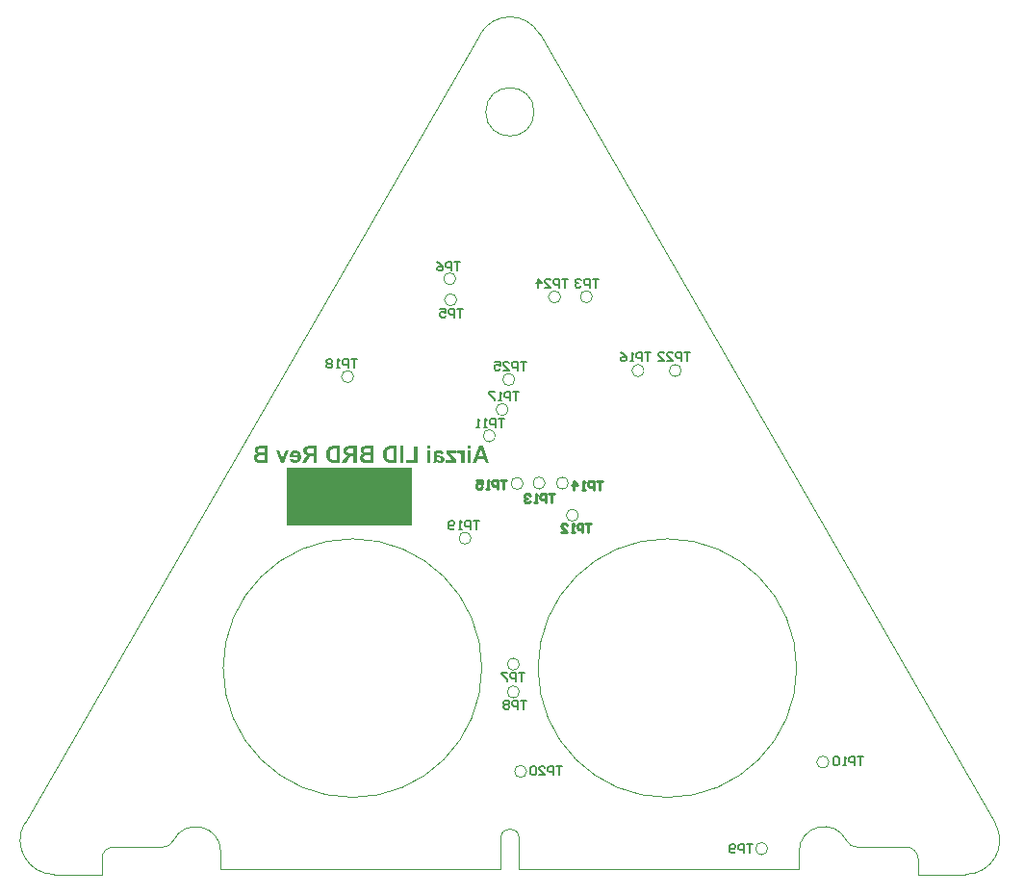
<source format=gbo>
G04*
G04 #@! TF.GenerationSoftware,Altium Limited,Altium Designer,19.0.12 (326)*
G04*
G04 Layer_Color=32896*
%FSLAX44Y44*%
%MOMM*%
G71*
G01*
G75*
%ADD17C,0.2032*%
%ADD19C,0.0500*%
%ADD82C,0.2540*%
%ADD143C,0.0999*%
%ADD144R,11.0501X5.1054*%
G36*
X366417Y344271D02*
X363603D01*
Y346874D01*
X366417D01*
Y344271D01*
D02*
G37*
G36*
X331146D02*
X328332D01*
Y346874D01*
X331146D01*
Y344271D01*
D02*
G37*
G36*
X353510Y340526D02*
X349765Y340547D01*
X349236D01*
X349003Y340568D01*
X348686D01*
X348559Y340589D01*
X348475D01*
X348686Y340378D01*
X348898Y340145D01*
X349152Y339870D01*
X349384Y339616D01*
X349596Y339384D01*
X349765Y339193D01*
X349892Y339045D01*
X349913Y339024D01*
X349935Y339003D01*
X353891Y334454D01*
Y332232D01*
X344412D01*
Y334707D01*
X349109D01*
X349342Y334686D01*
X349596D01*
X349829Y334665D01*
X350019D01*
X350104Y334644D01*
X350210D01*
X348792Y336189D01*
X344730Y340864D01*
Y342853D01*
X353510D01*
Y340526D01*
D02*
G37*
G36*
X339101Y343044D02*
X339440Y343023D01*
X339736Y342959D01*
X340033Y342917D01*
X340286Y342853D01*
X340519Y342769D01*
X340731Y342705D01*
X340900Y342642D01*
X341069Y342557D01*
X341196Y342494D01*
X341323Y342451D01*
X341408Y342388D01*
X341471Y342367D01*
X341492Y342324D01*
X341513D01*
X341873Y342007D01*
X342169Y341647D01*
X342423Y341267D01*
X342635Y340907D01*
X342783Y340568D01*
X342846Y340420D01*
X342889Y340293D01*
X342931Y340187D01*
X342952Y340103D01*
X342974Y340061D01*
Y340039D01*
X340456Y339574D01*
X340350Y339828D01*
X340244Y340039D01*
X340138Y340230D01*
X340011Y340378D01*
X339927Y340484D01*
X339842Y340547D01*
X339800Y340589D01*
X339779Y340611D01*
X339609Y340716D01*
X339419Y340801D01*
X339207Y340843D01*
X339017Y340886D01*
X338848Y340907D01*
X338721Y340928D01*
X338594D01*
X338213Y340907D01*
X337896Y340864D01*
X337642Y340822D01*
X337430Y340759D01*
X337282Y340674D01*
X337176Y340632D01*
X337113Y340589D01*
X337091Y340568D01*
X336943Y340420D01*
X336838Y340251D01*
X336774Y340061D01*
X336711Y339870D01*
X336689Y339680D01*
X336668Y339532D01*
Y339447D01*
Y339405D01*
Y339130D01*
X336816Y339066D01*
X337007Y339003D01*
X337409Y338876D01*
X337874Y338770D01*
X338319Y338664D01*
X338742Y338558D01*
X338932Y338516D01*
X339101Y338495D01*
X339229Y338474D01*
X339334Y338452D01*
X339398Y338431D01*
X339419D01*
X339927Y338326D01*
X340392Y338220D01*
X340773Y338114D01*
X341090Y338008D01*
X341344Y337902D01*
X341513Y337839D01*
X341619Y337797D01*
X341662Y337775D01*
X341937Y337627D01*
X342169Y337458D01*
X342381Y337268D01*
X342529Y337098D01*
X342677Y336950D01*
X342762Y336823D01*
X342825Y336739D01*
X342846Y336696D01*
X342995Y336421D01*
X343100Y336146D01*
X343164Y335892D01*
X343206Y335639D01*
X343248Y335427D01*
X343270Y335258D01*
Y335152D01*
Y335109D01*
X343248Y334856D01*
X343227Y334623D01*
X343122Y334179D01*
X342974Y333798D01*
X342804Y333480D01*
X342635Y333226D01*
X342487Y333036D01*
X342381Y332909D01*
X342339Y332888D01*
Y332867D01*
X341958Y332570D01*
X341535Y332359D01*
X341111Y332211D01*
X340688Y332105D01*
X340329Y332042D01*
X340159Y332020D01*
X340033D01*
X339906Y331999D01*
X339757D01*
X339419Y332020D01*
X339080Y332063D01*
X338784Y332105D01*
X338530Y332169D01*
X338319Y332232D01*
X338149Y332295D01*
X338044Y332317D01*
X338001Y332338D01*
X337705Y332486D01*
X337409Y332634D01*
X337155Y332824D01*
X336922Y332994D01*
X336732Y333142D01*
X336584Y333269D01*
X336499Y333353D01*
X336457Y333374D01*
X336436Y333290D01*
X336393Y333184D01*
X336372Y333100D01*
X336351Y333078D01*
Y333057D01*
X336287Y332867D01*
X336245Y332697D01*
X336203Y332549D01*
X336161Y332444D01*
X336118Y332359D01*
X336097Y332274D01*
X336076Y332253D01*
Y332232D01*
X333304D01*
X333431Y332507D01*
X333537Y332761D01*
X333621Y332994D01*
X333706Y333205D01*
X333749Y333374D01*
X333791Y333523D01*
X333812Y333607D01*
Y333628D01*
X333854Y333904D01*
X333875Y334242D01*
X333918Y334581D01*
Y334919D01*
X333939Y335215D01*
Y335469D01*
Y335575D01*
Y335639D01*
Y335681D01*
Y335702D01*
X333897Y338982D01*
Y339320D01*
X333918Y339616D01*
X333939Y339891D01*
X333960Y340145D01*
X333981Y340378D01*
X334024Y340589D01*
X334045Y340780D01*
X334087Y340928D01*
X334129Y341076D01*
X334151Y341182D01*
X334214Y341372D01*
X334256Y341457D01*
X334277Y341499D01*
X334447Y341732D01*
X334637Y341965D01*
X334849Y342155D01*
X335081Y342324D01*
X335272Y342451D01*
X335441Y342536D01*
X335547Y342599D01*
X335568Y342621D01*
X335589D01*
X335780Y342705D01*
X335970Y342769D01*
X336414Y342896D01*
X336880Y342980D01*
X337324Y343023D01*
X337747Y343065D01*
X337917D01*
X338065Y343086D01*
X338763D01*
X339101Y343044D01*
D02*
G37*
G36*
X202060Y332232D02*
X199521D01*
X195310Y342853D01*
X198188D01*
X200219Y337416D01*
X200346Y337098D01*
X200431Y336802D01*
X200473Y336696D01*
X200494Y336612D01*
X200515Y336548D01*
Y336527D01*
X200536Y336421D01*
X200579Y336294D01*
X200685Y335977D01*
X200727Y335850D01*
X200769Y335723D01*
X200790Y335639D01*
X200812Y335617D01*
X201383Y337416D01*
X203393Y342853D01*
X206334D01*
X202060Y332232D01*
D02*
G37*
G36*
X212681Y343065D02*
X213041Y343023D01*
X213401Y342938D01*
X213718Y342853D01*
X214035Y342748D01*
X214310Y342621D01*
X214585Y342473D01*
X214818Y342346D01*
X215030Y342197D01*
X215220Y342049D01*
X215389Y341922D01*
X215516Y341817D01*
X215622Y341732D01*
X215707Y341647D01*
X215749Y341605D01*
X215770Y341584D01*
X216003Y341288D01*
X216215Y340970D01*
X216405Y340653D01*
X216574Y340314D01*
X216701Y339955D01*
X216807Y339616D01*
X216976Y338960D01*
X217040Y338643D01*
X217082Y338368D01*
X217103Y338114D01*
X217125Y337902D01*
X217146Y337712D01*
Y337564D01*
Y337479D01*
Y337458D01*
X217125Y337056D01*
X217103Y336654D01*
X217040Y336294D01*
X216976Y335956D01*
X216913Y335617D01*
X216807Y335321D01*
X216723Y335046D01*
X216617Y334792D01*
X216532Y334559D01*
X216426Y334369D01*
X216342Y334200D01*
X216278Y334052D01*
X216194Y333946D01*
X216151Y333861D01*
X216130Y333819D01*
X216109Y333798D01*
X215834Y333480D01*
X215559Y333205D01*
X215241Y332972D01*
X214903Y332761D01*
X214564Y332592D01*
X214226Y332444D01*
X213887Y332317D01*
X213549Y332232D01*
X213253Y332147D01*
X212956Y332105D01*
X212681Y332063D01*
X212449Y332020D01*
X212258D01*
X212131Y331999D01*
X212004D01*
X211391Y332042D01*
X210819Y332126D01*
X210333Y332253D01*
X209909Y332401D01*
X209719Y332486D01*
X209571Y332549D01*
X209423Y332613D01*
X209317Y332676D01*
X209233Y332740D01*
X209148Y332761D01*
X209127Y332803D01*
X209105D01*
X208703Y333142D01*
X208344Y333502D01*
X208048Y333904D01*
X207815Y334284D01*
X207624Y334623D01*
X207561Y334771D01*
X207498Y334898D01*
X207455Y335004D01*
X207413Y335088D01*
X207392Y335131D01*
Y335152D01*
X210185Y335617D01*
X210290Y335342D01*
X210396Y335088D01*
X210502Y334898D01*
X210629Y334729D01*
X210714Y334602D01*
X210798Y334517D01*
X210862Y334475D01*
X210883Y334454D01*
X211052Y334327D01*
X211243Y334242D01*
X211433Y334179D01*
X211602Y334136D01*
X211750Y334115D01*
X211877Y334094D01*
X211983D01*
X212322Y334115D01*
X212639Y334200D01*
X212935Y334305D01*
X213168Y334432D01*
X213358Y334559D01*
X213485Y334665D01*
X213591Y334750D01*
X213612Y334771D01*
X213824Y335046D01*
X213972Y335363D01*
X214099Y335702D01*
X214184Y335998D01*
X214226Y336294D01*
X214247Y336506D01*
X214268Y336591D01*
Y336654D01*
Y336696D01*
Y336717D01*
X207244D01*
Y337310D01*
X207286Y337839D01*
X207349Y338347D01*
X207434Y338812D01*
X207540Y339257D01*
X207646Y339637D01*
X207773Y339997D01*
X207899Y340314D01*
X208027Y340589D01*
X208153Y340843D01*
X208259Y341034D01*
X208365Y341203D01*
X208450Y341330D01*
X208513Y341436D01*
X208555Y341478D01*
X208577Y341499D01*
X208831Y341774D01*
X209127Y342028D01*
X209423Y342240D01*
X209719Y342409D01*
X210037Y342578D01*
X210354Y342705D01*
X210650Y342811D01*
X210946Y342896D01*
X211221Y342959D01*
X211475Y343002D01*
X211708Y343044D01*
X211898Y343065D01*
X212068Y343086D01*
X212300D01*
X212681Y343065D01*
D02*
G37*
G36*
X382645Y332232D02*
X379514D01*
X378308Y335554D01*
X372426D01*
X371156Y332232D01*
X367961D01*
X373843Y346874D01*
X376975D01*
X382645Y332232D01*
D02*
G37*
G36*
X366417D02*
X363603D01*
Y342853D01*
X366417D01*
Y332232D01*
D02*
G37*
G36*
X356091Y343065D02*
X356303Y343044D01*
X356515Y342980D01*
X356684Y342917D01*
X356832Y342853D01*
X356959Y342811D01*
X357023Y342769D01*
X357044Y342748D01*
X357255Y342599D01*
X357446Y342388D01*
X357657Y342155D01*
X357826Y341922D01*
X357996Y341690D01*
X358123Y341499D01*
X358207Y341372D01*
X358228Y341351D01*
Y342853D01*
X360831D01*
Y332232D01*
X358017D01*
Y335490D01*
Y335977D01*
Y336421D01*
X357996Y336823D01*
X357975Y337183D01*
Y337522D01*
X357953Y337797D01*
X357932Y338072D01*
X357911Y338283D01*
X357890Y338474D01*
X357869Y338643D01*
X357848Y338770D01*
Y338876D01*
X357826Y338939D01*
X357805Y339003D01*
Y339045D01*
X357721Y339341D01*
X357615Y339595D01*
X357509Y339807D01*
X357403Y339955D01*
X357319Y340082D01*
X357234Y340166D01*
X357192Y340209D01*
X357171Y340230D01*
X357001Y340336D01*
X356832Y340420D01*
X356663Y340484D01*
X356515Y340526D01*
X356388Y340547D01*
X356261Y340568D01*
X356176D01*
X355943Y340547D01*
X355711Y340505D01*
X355499Y340420D01*
X355288Y340336D01*
X355118Y340251D01*
X354991Y340166D01*
X354885Y340124D01*
X354864Y340103D01*
X353976Y342536D01*
X354314Y342727D01*
X354632Y342853D01*
X354949Y342959D01*
X355245Y343023D01*
X355478Y343065D01*
X355668Y343086D01*
X355838D01*
X356091Y343065D01*
D02*
G37*
G36*
X331146Y332232D02*
X328332D01*
Y342853D01*
X331146D01*
Y332232D01*
D02*
G37*
G36*
X319657D02*
X309332D01*
Y334707D01*
X316695D01*
Y346768D01*
X319657D01*
Y332232D01*
D02*
G37*
G36*
X307322D02*
X304360D01*
Y346874D01*
X307322D01*
Y332232D01*
D02*
G37*
G36*
X301525D02*
X295981D01*
X295410Y332253D01*
X294881Y332274D01*
X294436Y332317D01*
X294077Y332380D01*
X293781Y332444D01*
X293548Y332486D01*
X293484Y332507D01*
X293421D01*
X293400Y332528D01*
X293379D01*
X292913Y332697D01*
X292490Y332888D01*
X292152Y333078D01*
X291855Y333269D01*
X291623Y333438D01*
X291453Y333565D01*
X291347Y333650D01*
X291305Y333692D01*
X290945Y334094D01*
X290628Y334517D01*
X290353Y334961D01*
X290141Y335363D01*
X289972Y335744D01*
X289888Y335892D01*
X289845Y336019D01*
X289803Y336146D01*
X289761Y336231D01*
X289739Y336273D01*
Y336294D01*
X289591Y336802D01*
X289464Y337331D01*
X289380Y337839D01*
X289337Y338326D01*
X289316Y338558D01*
X289295Y338770D01*
Y338939D01*
X289274Y339108D01*
Y339235D01*
Y339320D01*
Y339384D01*
Y339405D01*
X289295Y340145D01*
X289359Y340801D01*
X289380Y341118D01*
X289422Y341394D01*
X289464Y341669D01*
X289507Y341901D01*
X289570Y342113D01*
X289613Y342303D01*
X289655Y342473D01*
X289676Y342599D01*
X289718Y342705D01*
X289739Y342790D01*
X289761Y342832D01*
Y342853D01*
X289951Y343361D01*
X290184Y343827D01*
X290417Y344229D01*
X290649Y344567D01*
X290840Y344842D01*
X291009Y345054D01*
X291115Y345181D01*
X291136Y345223D01*
X291157D01*
X291517Y345562D01*
X291876Y345837D01*
X292257Y346069D01*
X292596Y346260D01*
X292892Y346408D01*
X293146Y346514D01*
X293230Y346535D01*
X293294Y346556D01*
X293336Y346577D01*
X293358D01*
X293759Y346683D01*
X294204Y346746D01*
X294669Y346810D01*
X295114Y346831D01*
X295516Y346852D01*
X295685Y346874D01*
X301525D01*
Y332232D01*
D02*
G37*
G36*
X281065D02*
X274717D01*
X274357Y332253D01*
X273723D01*
X273469Y332274D01*
X273067D01*
X272919Y332295D01*
X272707D01*
X272622Y332317D01*
X272538D01*
X272115Y332380D01*
X271734Y332486D01*
X271395Y332592D01*
X271099Y332719D01*
X270866Y332824D01*
X270697Y332930D01*
X270591Y332994D01*
X270549Y333015D01*
X270253Y333248D01*
X270020Y333502D01*
X269787Y333734D01*
X269618Y333988D01*
X269470Y334200D01*
X269364Y334369D01*
X269301Y334475D01*
X269279Y334517D01*
X269131Y334877D01*
X269004Y335215D01*
X268920Y335554D01*
X268877Y335850D01*
X268835Y336104D01*
X268814Y336294D01*
Y336421D01*
Y336442D01*
Y336464D01*
X268835Y336929D01*
X268920Y337352D01*
X269047Y337712D01*
X269174Y338050D01*
X269301Y338304D01*
X269428Y338495D01*
X269512Y338622D01*
X269533Y338664D01*
X269830Y339003D01*
X270147Y339278D01*
X270507Y339510D01*
X270824Y339680D01*
X271120Y339828D01*
X271374Y339934D01*
X271459Y339955D01*
X271522Y339976D01*
X271565Y339997D01*
X271586D01*
X271247Y340187D01*
X270951Y340378D01*
X270697Y340611D01*
X270485Y340801D01*
X270337Y340992D01*
X270210Y341140D01*
X270126Y341245D01*
X270105Y341288D01*
X269914Y341626D01*
X269766Y341944D01*
X269681Y342261D01*
X269597Y342557D01*
X269555Y342811D01*
X269533Y343002D01*
Y343129D01*
Y343150D01*
Y343171D01*
X269555Y343509D01*
X269597Y343848D01*
X269681Y344123D01*
X269766Y344377D01*
X269851Y344588D01*
X269935Y344758D01*
X269978Y344842D01*
X269999Y344885D01*
X270168Y345160D01*
X270359Y345392D01*
X270549Y345604D01*
X270718Y345794D01*
X270888Y345921D01*
X271014Y346027D01*
X271099Y346091D01*
X271120Y346112D01*
X271374Y346281D01*
X271649Y346408D01*
X271903Y346514D01*
X272136Y346598D01*
X272347Y346662D01*
X272495Y346704D01*
X272601Y346725D01*
X272644D01*
X273003Y346768D01*
X273405Y346810D01*
X273829Y346831D01*
X274252Y346852D01*
X274632Y346874D01*
X281065D01*
Y332232D01*
D02*
G37*
G36*
X266296D02*
X263334D01*
Y338347D01*
X262382D01*
X262086Y338326D01*
X261832Y338304D01*
X261620Y338262D01*
X261451Y338241D01*
X261345Y338199D01*
X261282Y338177D01*
X261261D01*
X261091Y338093D01*
X260922Y338008D01*
X260774Y337902D01*
X260626Y337818D01*
X260520Y337712D01*
X260435Y337627D01*
X260393Y337585D01*
X260372Y337564D01*
X260287Y337458D01*
X260181Y337352D01*
X259949Y337035D01*
X259695Y336696D01*
X259420Y336315D01*
X259187Y335977D01*
X259081Y335808D01*
X258997Y335681D01*
X258912Y335575D01*
X258848Y335490D01*
X258827Y335427D01*
X258806Y335406D01*
X256690Y332232D01*
X253136D01*
X254934Y335088D01*
X255125Y335385D01*
X255315Y335681D01*
X255484Y335935D01*
X255654Y336167D01*
X255802Y336379D01*
X255929Y336591D01*
X256182Y336908D01*
X256373Y337162D01*
X256500Y337331D01*
X256606Y337437D01*
X256627Y337458D01*
X256860Y337712D01*
X257135Y337945D01*
X257388Y338135D01*
X257642Y338326D01*
X257854Y338474D01*
X258023Y338579D01*
X258150Y338664D01*
X258171Y338685D01*
X258193D01*
X257833Y338749D01*
X257516Y338833D01*
X257219Y338918D01*
X256923Y339024D01*
X256669Y339130D01*
X256436Y339235D01*
X256204Y339341D01*
X256013Y339468D01*
X255844Y339574D01*
X255696Y339680D01*
X255569Y339785D01*
X255484Y339870D01*
X255400Y339934D01*
X255336Y339997D01*
X255315Y340018D01*
X255294Y340039D01*
X255125Y340251D01*
X254977Y340462D01*
X254723Y340928D01*
X254553Y341372D01*
X254447Y341817D01*
X254363Y342197D01*
X254342Y342346D01*
Y342494D01*
X254321Y342599D01*
Y342705D01*
Y342748D01*
Y342769D01*
X254342Y343234D01*
X254426Y343679D01*
X254532Y344059D01*
X254638Y344398D01*
X254765Y344673D01*
X254871Y344885D01*
X254913Y344948D01*
X254955Y345012D01*
X254977Y345033D01*
Y345054D01*
X255230Y345414D01*
X255506Y345710D01*
X255781Y345942D01*
X256056Y346154D01*
X256310Y346281D01*
X256500Y346387D01*
X256627Y346450D01*
X256648Y346471D01*
X256669D01*
X256881Y346535D01*
X257113Y346598D01*
X257642Y346704D01*
X258214Y346768D01*
X258764Y346831D01*
X259039D01*
X259272Y346852D01*
X259504D01*
X259695Y346874D01*
X266296D01*
Y332232D01*
D02*
G37*
G36*
X251528D02*
X245984D01*
X245413Y332253D01*
X244884Y332274D01*
X244440Y332317D01*
X244080Y332380D01*
X243784Y332444D01*
X243551Y332486D01*
X243488Y332507D01*
X243424D01*
X243403Y332528D01*
X243382D01*
X242916Y332697D01*
X242493Y332888D01*
X242155Y333078D01*
X241858Y333269D01*
X241626Y333438D01*
X241456Y333565D01*
X241351Y333650D01*
X241308Y333692D01*
X240949Y334094D01*
X240631Y334517D01*
X240356Y334961D01*
X240145Y335363D01*
X239975Y335744D01*
X239891Y335892D01*
X239848Y336019D01*
X239806Y336146D01*
X239764Y336231D01*
X239743Y336273D01*
Y336294D01*
X239594Y336802D01*
X239468Y337331D01*
X239383Y337839D01*
X239341Y338326D01*
X239319Y338558D01*
X239298Y338770D01*
Y338939D01*
X239277Y339108D01*
Y339235D01*
Y339320D01*
Y339384D01*
Y339405D01*
X239298Y340145D01*
X239362Y340801D01*
X239383Y341118D01*
X239425Y341394D01*
X239468Y341669D01*
X239510Y341901D01*
X239573Y342113D01*
X239616Y342303D01*
X239658Y342473D01*
X239679Y342599D01*
X239721Y342705D01*
X239743Y342790D01*
X239764Y342832D01*
Y342853D01*
X239954Y343361D01*
X240187Y343827D01*
X240420Y344229D01*
X240652Y344567D01*
X240843Y344842D01*
X241012Y345054D01*
X241118Y345181D01*
X241139Y345223D01*
X241160D01*
X241520Y345562D01*
X241880Y345837D01*
X242260Y346069D01*
X242599Y346260D01*
X242895Y346408D01*
X243149Y346514D01*
X243234Y346535D01*
X243297Y346556D01*
X243340Y346577D01*
X243361D01*
X243763Y346683D01*
X244207Y346746D01*
X244673Y346810D01*
X245117Y346831D01*
X245519Y346852D01*
X245688Y346874D01*
X251528D01*
Y332232D01*
D02*
G37*
G36*
X231068D02*
X228106D01*
Y338347D01*
X227153D01*
X226857Y338326D01*
X226603Y338304D01*
X226392Y338262D01*
X226222Y338241D01*
X226117Y338199D01*
X226053Y338177D01*
X226032D01*
X225863Y338093D01*
X225694Y338008D01*
X225545Y337902D01*
X225397Y337818D01*
X225292Y337712D01*
X225207Y337627D01*
X225165Y337585D01*
X225143Y337564D01*
X225059Y337458D01*
X224953Y337352D01*
X224720Y337035D01*
X224466Y336696D01*
X224191Y336315D01*
X223959Y335977D01*
X223853Y335808D01*
X223768Y335681D01*
X223683Y335575D01*
X223620Y335490D01*
X223599Y335427D01*
X223578Y335406D01*
X221462Y332232D01*
X217907D01*
X219706Y335088D01*
X219896Y335385D01*
X220087Y335681D01*
X220256Y335935D01*
X220425Y336167D01*
X220573Y336379D01*
X220700Y336591D01*
X220954Y336908D01*
X221145Y337162D01*
X221271Y337331D01*
X221377Y337437D01*
X221398Y337458D01*
X221631Y337712D01*
X221906Y337945D01*
X222160Y338135D01*
X222414Y338326D01*
X222626Y338474D01*
X222795Y338579D01*
X222922Y338664D01*
X222943Y338685D01*
X222964D01*
X222605Y338749D01*
X222287Y338833D01*
X221991Y338918D01*
X221695Y339024D01*
X221441Y339130D01*
X221208Y339235D01*
X220975Y339341D01*
X220785Y339468D01*
X220616Y339574D01*
X220467Y339680D01*
X220340Y339785D01*
X220256Y339870D01*
X220171Y339934D01*
X220108Y339997D01*
X220087Y340018D01*
X220065Y340039D01*
X219896Y340251D01*
X219748Y340462D01*
X219494Y340928D01*
X219325Y341372D01*
X219219Y341817D01*
X219135Y342197D01*
X219113Y342346D01*
Y342494D01*
X219092Y342599D01*
Y342705D01*
Y342748D01*
Y342769D01*
X219113Y343234D01*
X219198Y343679D01*
X219304Y344059D01*
X219410Y344398D01*
X219536Y344673D01*
X219642Y344885D01*
X219685Y344948D01*
X219727Y345012D01*
X219748Y345033D01*
Y345054D01*
X220002Y345414D01*
X220277Y345710D01*
X220552Y345942D01*
X220827Y346154D01*
X221081Y346281D01*
X221271Y346387D01*
X221398Y346450D01*
X221420Y346471D01*
X221441D01*
X221652Y346535D01*
X221885Y346598D01*
X222414Y346704D01*
X222985Y346768D01*
X223535Y346831D01*
X223811D01*
X224043Y346852D01*
X224276D01*
X224466Y346874D01*
X231068D01*
Y332232D01*
D02*
G37*
G36*
X187841D02*
X181494D01*
X181134Y332253D01*
X180500D01*
X180246Y332274D01*
X179844D01*
X179696Y332295D01*
X179484D01*
X179399Y332317D01*
X179315D01*
X178892Y332380D01*
X178511Y332486D01*
X178172Y332592D01*
X177876Y332719D01*
X177643Y332824D01*
X177474Y332930D01*
X177368Y332994D01*
X177326Y333015D01*
X177030Y333248D01*
X176797Y333502D01*
X176564Y333734D01*
X176395Y333988D01*
X176247Y334200D01*
X176141Y334369D01*
X176078Y334475D01*
X176056Y334517D01*
X175908Y334877D01*
X175781Y335215D01*
X175697Y335554D01*
X175654Y335850D01*
X175612Y336104D01*
X175591Y336294D01*
Y336421D01*
Y336442D01*
Y336464D01*
X175612Y336929D01*
X175697Y337352D01*
X175824Y337712D01*
X175951Y338050D01*
X176078Y338304D01*
X176204Y338495D01*
X176289Y338622D01*
X176310Y338664D01*
X176607Y339003D01*
X176924Y339278D01*
X177284Y339510D01*
X177601Y339680D01*
X177897Y339828D01*
X178151Y339934D01*
X178236Y339955D01*
X178299Y339976D01*
X178342Y339997D01*
X178363D01*
X178024Y340187D01*
X177728Y340378D01*
X177474Y340611D01*
X177262Y340801D01*
X177114Y340992D01*
X176987Y341140D01*
X176903Y341245D01*
X176882Y341288D01*
X176691Y341626D01*
X176543Y341944D01*
X176458Y342261D01*
X176374Y342557D01*
X176332Y342811D01*
X176310Y343002D01*
Y343129D01*
Y343150D01*
Y343171D01*
X176332Y343509D01*
X176374Y343848D01*
X176458Y344123D01*
X176543Y344377D01*
X176628Y344588D01*
X176712Y344758D01*
X176755Y344842D01*
X176776Y344885D01*
X176945Y345160D01*
X177136Y345392D01*
X177326Y345604D01*
X177495Y345794D01*
X177664Y345921D01*
X177791Y346027D01*
X177876Y346091D01*
X177897Y346112D01*
X178151Y346281D01*
X178426Y346408D01*
X178680Y346514D01*
X178913Y346598D01*
X179124Y346662D01*
X179272Y346704D01*
X179378Y346725D01*
X179421D01*
X179780Y346768D01*
X180182Y346810D01*
X180605Y346831D01*
X181029Y346852D01*
X181409Y346874D01*
X187841D01*
Y332232D01*
D02*
G37*
%LPC*%
G36*
X336689Y337310D02*
X336668D01*
Y336739D01*
Y336400D01*
X336689Y336104D01*
X336711Y335871D01*
X336732Y335681D01*
X336753Y335554D01*
X336774Y335448D01*
X336795Y335406D01*
Y335385D01*
X336859Y335194D01*
X336964Y335004D01*
X337070Y334856D01*
X337176Y334707D01*
X337282Y334602D01*
X337366Y334517D01*
X337430Y334475D01*
X337451Y334454D01*
X337705Y334284D01*
X337980Y334179D01*
X338213Y334094D01*
X338446Y334030D01*
X338636Y333988D01*
X338784Y333967D01*
X338911D01*
X339144Y333988D01*
X339377Y334030D01*
X339567Y334094D01*
X339715Y334179D01*
X339863Y334263D01*
X339948Y334327D01*
X340011Y334369D01*
X340033Y334390D01*
X340181Y334559D01*
X340286Y334729D01*
X340350Y334898D01*
X340392Y335067D01*
X340434Y335194D01*
X340456Y335300D01*
Y335385D01*
Y335406D01*
X340434Y335617D01*
X340371Y335808D01*
X340286Y335977D01*
X340181Y336125D01*
X340096Y336231D01*
X340011Y336315D01*
X339948Y336358D01*
X339927Y336379D01*
X339757Y336464D01*
X339546Y336569D01*
X339292Y336654D01*
X339038Y336717D01*
X338784Y336781D01*
X338594Y336823D01*
X338509Y336844D01*
X338446Y336866D01*
X338403D01*
X337980Y336950D01*
X337642Y337035D01*
X337324Y337119D01*
X337091Y337183D01*
X336901Y337247D01*
X336774Y337268D01*
X336689Y337310D01*
D02*
G37*
G36*
X212279Y340928D02*
X212131D01*
X211814Y340907D01*
X211539Y340822D01*
X211285Y340716D01*
X211073Y340611D01*
X210904Y340484D01*
X210777Y340378D01*
X210692Y340293D01*
X210671Y340272D01*
X210481Y340018D01*
X210312Y339722D01*
X210206Y339405D01*
X210121Y339108D01*
X210079Y338854D01*
X210058Y338622D01*
X210037Y338537D01*
Y338495D01*
Y338452D01*
Y338431D01*
X214226D01*
X214205Y338833D01*
X214141Y339193D01*
X214056Y339510D01*
X213930Y339764D01*
X213824Y339976D01*
X213718Y340124D01*
X213654Y340230D01*
X213633Y340251D01*
X213401Y340484D01*
X213147Y340653D01*
X212893Y340759D01*
X212660Y340843D01*
X212449Y340886D01*
X212279Y340928D01*
D02*
G37*
G36*
X375430Y343467D02*
X373378Y338029D01*
X377419D01*
X375430Y343467D01*
D02*
G37*
G36*
X298562Y344398D02*
X296637D01*
X296362Y344377D01*
X296108D01*
X295896Y344356D01*
X295706D01*
X295516Y344334D01*
X295368D01*
X295135Y344292D01*
X294965Y344271D01*
X294860Y344250D01*
X294839D01*
X294542Y344165D01*
X294288Y344059D01*
X294056Y343954D01*
X293844Y343827D01*
X293696Y343721D01*
X293569Y343636D01*
X293506Y343573D01*
X293484Y343552D01*
X293294Y343340D01*
X293125Y343107D01*
X292977Y342875D01*
X292850Y342663D01*
X292765Y342451D01*
X292702Y342282D01*
X292659Y342176D01*
X292638Y342155D01*
Y342134D01*
X292532Y341753D01*
X292448Y341351D01*
X292405Y340907D01*
X292363Y340484D01*
X292342Y340124D01*
X292321Y339955D01*
Y339807D01*
Y339701D01*
Y339616D01*
Y339553D01*
Y339532D01*
X292342Y338939D01*
X292363Y338389D01*
X292426Y337945D01*
X292469Y337564D01*
X292532Y337247D01*
X292554Y337119D01*
X292596Y337035D01*
X292617Y336950D01*
Y336887D01*
X292638Y336866D01*
Y336844D01*
X292765Y336506D01*
X292871Y336210D01*
X293019Y335977D01*
X293125Y335787D01*
X293230Y335639D01*
X293315Y335533D01*
X293379Y335469D01*
X293400Y335448D01*
X293590Y335300D01*
X293781Y335173D01*
X293971Y335067D01*
X294161Y334983D01*
X294331Y334919D01*
X294458Y334877D01*
X294542Y334835D01*
X294585D01*
X294817Y334792D01*
X295093Y334771D01*
X295389Y334729D01*
X295685D01*
X295960Y334707D01*
X298562D01*
Y344398D01*
D02*
G37*
G36*
X278102Y344440D02*
X275161D01*
X274929Y344419D01*
X274379D01*
X274252Y344398D01*
X274019D01*
X273934Y344377D01*
X273913D01*
X273659Y344334D01*
X273426Y344271D01*
X273236Y344186D01*
X273067Y344102D01*
X272961Y344017D01*
X272855Y343932D01*
X272813Y343890D01*
X272792Y343869D01*
X272665Y343700D01*
X272580Y343509D01*
X272495Y343340D01*
X272453Y343171D01*
X272432Y343002D01*
X272411Y342875D01*
Y342790D01*
Y342769D01*
X272432Y342515D01*
X272474Y342282D01*
X272559Y342092D01*
X272622Y341922D01*
X272707Y341774D01*
X272792Y341690D01*
X272834Y341626D01*
X272855Y341605D01*
X273024Y341457D01*
X273215Y341351D01*
X273405Y341267D01*
X273596Y341203D01*
X273786Y341140D01*
X273913Y341118D01*
X273998Y341097D01*
X274125D01*
X274252Y341076D01*
X274907D01*
X275267Y341055D01*
X278102D01*
Y344440D01*
D02*
G37*
G36*
Y338622D02*
X275035D01*
X274738Y338601D01*
X274484Y338579D01*
X274230D01*
X274019Y338558D01*
X273829Y338537D01*
X273680Y338516D01*
X273532Y338495D01*
X273426Y338474D01*
X273257Y338452D01*
X273151Y338410D01*
X273130D01*
X272919Y338326D01*
X272728Y338220D01*
X272559Y338114D01*
X272432Y337987D01*
X272326Y337902D01*
X272263Y337818D01*
X272220Y337754D01*
X272199Y337733D01*
X272094Y337543D01*
X272009Y337352D01*
X271945Y337183D01*
X271903Y336993D01*
X271882Y336844D01*
X271861Y336717D01*
Y336633D01*
Y336612D01*
X271882Y336337D01*
X271924Y336083D01*
X271988Y335871D01*
X272072Y335702D01*
X272157Y335554D01*
X272220Y335448D01*
X272263Y335385D01*
X272284Y335363D01*
X272453Y335215D01*
X272622Y335088D01*
X272813Y334983D01*
X272982Y334898D01*
X273130Y334856D01*
X273257Y334813D01*
X273342Y334792D01*
X273363D01*
X273448Y334771D01*
X273575D01*
X273850Y334750D01*
X274188Y334729D01*
X274527D01*
X274844Y334707D01*
X278102D01*
Y338622D01*
D02*
G37*
G36*
X263334Y344398D02*
X259949D01*
X259758Y344377D01*
X259293D01*
X259102Y344356D01*
X258975D01*
X258912Y344334D01*
X258891D01*
X258637Y344271D01*
X258404Y344186D01*
X258214Y344102D01*
X258066Y343996D01*
X257939Y343890D01*
X257833Y343827D01*
X257791Y343763D01*
X257769Y343742D01*
X257642Y343573D01*
X257537Y343361D01*
X257473Y343171D01*
X257410Y342980D01*
X257388Y342811D01*
X257367Y342684D01*
Y342599D01*
Y342557D01*
X257388Y342324D01*
X257410Y342113D01*
X257473Y341922D01*
X257516Y341753D01*
X257579Y341626D01*
X257642Y341542D01*
X257664Y341478D01*
X257685Y341457D01*
X257812Y341309D01*
X257939Y341182D01*
X258214Y340992D01*
X258319Y340928D01*
X258425Y340886D01*
X258489Y340843D01*
X258510D01*
X258616Y340822D01*
X258785Y340780D01*
X258954Y340759D01*
X259145Y340738D01*
X259589Y340716D01*
X260033Y340695D01*
X260457Y340674D01*
X263334D01*
Y344398D01*
D02*
G37*
G36*
X248566D02*
X246640D01*
X246365Y344377D01*
X246111D01*
X245900Y344356D01*
X245709D01*
X245519Y344334D01*
X245371D01*
X245138Y344292D01*
X244969Y344271D01*
X244863Y344250D01*
X244842D01*
X244545Y344165D01*
X244292Y344059D01*
X244059Y343954D01*
X243847Y343827D01*
X243699Y343721D01*
X243572Y343636D01*
X243509Y343573D01*
X243488Y343552D01*
X243297Y343340D01*
X243128Y343107D01*
X242980Y342875D01*
X242853Y342663D01*
X242768Y342451D01*
X242705Y342282D01*
X242662Y342176D01*
X242641Y342155D01*
Y342134D01*
X242535Y341753D01*
X242451Y341351D01*
X242409Y340907D01*
X242366Y340484D01*
X242345Y340124D01*
X242324Y339955D01*
Y339807D01*
Y339701D01*
Y339616D01*
Y339553D01*
Y339532D01*
X242345Y338939D01*
X242366Y338389D01*
X242430Y337945D01*
X242472Y337564D01*
X242535Y337247D01*
X242557Y337119D01*
X242599Y337035D01*
X242620Y336950D01*
Y336887D01*
X242641Y336866D01*
Y336844D01*
X242768Y336506D01*
X242874Y336210D01*
X243022Y335977D01*
X243128Y335787D01*
X243234Y335639D01*
X243318Y335533D01*
X243382Y335469D01*
X243403Y335448D01*
X243593Y335300D01*
X243784Y335173D01*
X243974Y335067D01*
X244165Y334983D01*
X244334Y334919D01*
X244461Y334877D01*
X244545Y334835D01*
X244588D01*
X244821Y334792D01*
X245096Y334771D01*
X245392Y334729D01*
X245688D01*
X245963Y334707D01*
X248566D01*
Y344398D01*
D02*
G37*
G36*
X228106D02*
X224720D01*
X224530Y344377D01*
X224064D01*
X223874Y344356D01*
X223747D01*
X223683Y344334D01*
X223662D01*
X223409Y344271D01*
X223176Y344186D01*
X222985Y344102D01*
X222837Y343996D01*
X222710Y343890D01*
X222605Y343827D01*
X222562Y343763D01*
X222541Y343742D01*
X222414Y343573D01*
X222308Y343361D01*
X222245Y343171D01*
X222181Y342980D01*
X222160Y342811D01*
X222139Y342684D01*
Y342599D01*
Y342557D01*
X222160Y342324D01*
X222181Y342113D01*
X222245Y341922D01*
X222287Y341753D01*
X222351Y341626D01*
X222414Y341542D01*
X222435Y341478D01*
X222456Y341457D01*
X222583Y341309D01*
X222710Y341182D01*
X222985Y340992D01*
X223091Y340928D01*
X223197Y340886D01*
X223260Y340843D01*
X223281D01*
X223387Y340822D01*
X223557Y340780D01*
X223726Y340759D01*
X223916Y340738D01*
X224361Y340716D01*
X224805Y340695D01*
X225228Y340674D01*
X228106D01*
Y344398D01*
D02*
G37*
G36*
X184879Y344440D02*
X181938D01*
X181706Y344419D01*
X181155D01*
X181029Y344398D01*
X180796D01*
X180711Y344377D01*
X180690D01*
X180436Y344334D01*
X180203Y344271D01*
X180013Y344186D01*
X179844Y344102D01*
X179738Y344017D01*
X179632Y343932D01*
X179590Y343890D01*
X179569Y343869D01*
X179442Y343700D01*
X179357Y343509D01*
X179272Y343340D01*
X179230Y343171D01*
X179209Y343002D01*
X179188Y342875D01*
Y342790D01*
Y342769D01*
X179209Y342515D01*
X179251Y342282D01*
X179336Y342092D01*
X179399Y341922D01*
X179484Y341774D01*
X179569Y341690D01*
X179611Y341626D01*
X179632Y341605D01*
X179801Y341457D01*
X179992Y341351D01*
X180182Y341267D01*
X180373Y341203D01*
X180563Y341140D01*
X180690Y341118D01*
X180775Y341097D01*
X180902D01*
X181029Y341076D01*
X181684D01*
X182044Y341055D01*
X184879D01*
Y344440D01*
D02*
G37*
G36*
Y338622D02*
X181811D01*
X181515Y338601D01*
X181261Y338579D01*
X181007D01*
X180796Y338558D01*
X180605Y338537D01*
X180457Y338516D01*
X180309Y338495D01*
X180203Y338474D01*
X180034Y338452D01*
X179928Y338410D01*
X179907D01*
X179696Y338326D01*
X179505Y338220D01*
X179336Y338114D01*
X179209Y337987D01*
X179103Y337902D01*
X179040Y337818D01*
X178997Y337754D01*
X178976Y337733D01*
X178871Y337543D01*
X178786Y337352D01*
X178722Y337183D01*
X178680Y336993D01*
X178659Y336844D01*
X178638Y336717D01*
Y336633D01*
Y336612D01*
X178659Y336337D01*
X178701Y336083D01*
X178765Y335871D01*
X178849Y335702D01*
X178934Y335554D01*
X178997Y335448D01*
X179040Y335385D01*
X179061Y335363D01*
X179230Y335215D01*
X179399Y335088D01*
X179590Y334983D01*
X179759Y334898D01*
X179907Y334856D01*
X180034Y334813D01*
X180119Y334792D01*
X180140D01*
X180225Y334771D01*
X180352D01*
X180627Y334750D01*
X180965Y334729D01*
X181304D01*
X181621Y334707D01*
X184879D01*
Y338622D01*
D02*
G37*
%LPD*%
D17*
X478536Y493786D02*
X473458D01*
X475997D01*
Y486169D01*
X470919D02*
Y493786D01*
X467110D01*
X465840Y492517D01*
Y489977D01*
X467110Y488708D01*
X470919D01*
X463301Y492517D02*
X462031Y493786D01*
X459492D01*
X458223Y492517D01*
Y491247D01*
X459492Y489977D01*
X460762D01*
X459492D01*
X458223Y488708D01*
Y487438D01*
X459492Y486169D01*
X462031D01*
X463301Y487438D01*
X415139Y421129D02*
X410061D01*
X412600D01*
Y413512D01*
X407522D02*
Y421129D01*
X403713D01*
X402443Y419860D01*
Y417321D01*
X403713Y416051D01*
X407522D01*
X394826Y413512D02*
X399904D01*
X394826Y418590D01*
Y419860D01*
X396095Y421129D01*
X398635D01*
X399904Y419860D01*
X387208Y421129D02*
X392287D01*
Y417321D01*
X389748Y418590D01*
X388478D01*
X387208Y417321D01*
Y414782D01*
X388478Y413512D01*
X391017D01*
X392287Y414782D01*
X452120Y494027D02*
X447042D01*
X449581D01*
Y486410D01*
X444502D02*
Y494027D01*
X440694D01*
X439424Y492758D01*
Y490219D01*
X440694Y488949D01*
X444502D01*
X431807Y486410D02*
X436885D01*
X431807Y491488D01*
Y492758D01*
X433076Y494027D01*
X435615D01*
X436885Y492758D01*
X425459Y486410D02*
Y494027D01*
X429267Y490219D01*
X424189D01*
X559506Y429511D02*
X554428D01*
X556967D01*
Y421894D01*
X551889D02*
Y429511D01*
X548080D01*
X546810Y428242D01*
Y425703D01*
X548080Y424433D01*
X551889D01*
X539193Y421894D02*
X544271D01*
X539193Y426972D01*
Y428242D01*
X540462Y429511D01*
X543001D01*
X544271Y428242D01*
X531575Y421894D02*
X536654D01*
X531575Y426972D01*
Y428242D01*
X532845Y429511D01*
X535384D01*
X536654Y428242D01*
X447076Y65105D02*
X441997D01*
X444536D01*
Y57488D01*
X439458D02*
Y65105D01*
X435649D01*
X434380Y63836D01*
Y61296D01*
X435649Y60027D01*
X439458D01*
X426762Y57488D02*
X431840D01*
X426762Y62566D01*
Y63836D01*
X428032Y65105D01*
X430571D01*
X431840Y63836D01*
X424223D02*
X422953Y65105D01*
X420414D01*
X419145Y63836D01*
Y58757D01*
X420414Y57488D01*
X422953D01*
X424223Y58757D01*
Y63836D01*
X373920Y280921D02*
X368842D01*
X371381D01*
Y273304D01*
X366302D02*
Y280921D01*
X362494D01*
X361224Y279652D01*
Y277113D01*
X362494Y275843D01*
X366302D01*
X358685Y273304D02*
X356146D01*
X357415D01*
Y280921D01*
X358685Y279652D01*
X352337Y274574D02*
X351067Y273304D01*
X348528D01*
X347259Y274574D01*
Y279652D01*
X348528Y280921D01*
X351067D01*
X352337Y279652D01*
Y278382D01*
X351067Y277113D01*
X347259D01*
X266192Y423025D02*
X261114D01*
X263653D01*
Y415408D01*
X258575D02*
Y423025D01*
X254766D01*
X253496Y421756D01*
Y419217D01*
X254766Y417947D01*
X258575D01*
X250957Y415408D02*
X248418D01*
X249687D01*
Y423025D01*
X250957Y421756D01*
X244609D02*
X243339Y423025D01*
X240800D01*
X239531Y421756D01*
Y420486D01*
X240800Y419217D01*
X239531Y417947D01*
Y416678D01*
X240800Y415408D01*
X243339D01*
X244609Y416678D01*
Y417947D01*
X243339Y419217D01*
X244609Y420486D01*
Y421756D01*
X243339Y419217D02*
X240800D01*
X408686Y394459D02*
X403608D01*
X406147D01*
Y386842D01*
X401068D02*
Y394459D01*
X397260D01*
X395990Y393190D01*
Y390651D01*
X397260Y389381D01*
X401068D01*
X393451Y386842D02*
X390912D01*
X392181D01*
Y394459D01*
X393451Y393190D01*
X387103Y394459D02*
X382025D01*
Y393190D01*
X387103Y388112D01*
Y386842D01*
X524764Y429092D02*
X519686D01*
X522225D01*
Y421474D01*
X517146D02*
Y429092D01*
X513338D01*
X512068Y427822D01*
Y425283D01*
X513338Y424014D01*
X517146D01*
X509529Y421474D02*
X506990D01*
X508259D01*
Y429092D01*
X509529Y427822D01*
X498103Y429092D02*
X500642Y427822D01*
X503181Y425283D01*
Y422744D01*
X501911Y421474D01*
X499372D01*
X498103Y422744D01*
Y424014D01*
X499372Y425283D01*
X503181D01*
X395732Y370838D02*
X390654D01*
X393193D01*
Y363220D01*
X388115D02*
Y370838D01*
X384306D01*
X383036Y369568D01*
Y367029D01*
X384306Y365759D01*
X388115D01*
X380497Y363220D02*
X377958D01*
X379227D01*
Y370838D01*
X380497Y369568D01*
X374149Y363220D02*
X371610D01*
X372879D01*
Y370838D01*
X374149Y369568D01*
X711962Y73608D02*
X706884D01*
X709423D01*
Y65991D01*
X704344D02*
Y73608D01*
X700536D01*
X699266Y72339D01*
Y69800D01*
X700536Y68530D01*
X704344D01*
X696727Y65991D02*
X694188D01*
X695457D01*
Y73608D01*
X696727Y72339D01*
X690379D02*
X689109Y73608D01*
X686570D01*
X685301Y72339D01*
Y67260D01*
X686570Y65991D01*
X689109D01*
X690379Y67260D01*
Y72339D01*
X614680Y-3559D02*
X609602D01*
X612141D01*
Y-11176D01*
X607062D02*
Y-3559D01*
X603254D01*
X601984Y-4828D01*
Y-7367D01*
X603254Y-8637D01*
X607062D01*
X599445Y-9906D02*
X598175Y-11176D01*
X595636D01*
X594367Y-9906D01*
Y-4828D01*
X595636Y-3559D01*
X598175D01*
X599445Y-4828D01*
Y-6098D01*
X598175Y-7367D01*
X594367D01*
X415544Y123105D02*
X410466D01*
X413005D01*
Y115487D01*
X407926D02*
Y123105D01*
X404118D01*
X402848Y121835D01*
Y119296D01*
X404118Y118026D01*
X407926D01*
X400309Y121835D02*
X399039Y123105D01*
X396500D01*
X395231Y121835D01*
Y120565D01*
X396500Y119296D01*
X395231Y118026D01*
Y116757D01*
X396500Y115487D01*
X399039D01*
X400309Y116757D01*
Y118026D01*
X399039Y119296D01*
X400309Y120565D01*
Y121835D01*
X399039Y119296D02*
X396500D01*
X414020Y147571D02*
X408942D01*
X411481D01*
Y139954D01*
X406403D02*
Y147571D01*
X402594D01*
X401324Y146302D01*
Y143763D01*
X402594Y142493D01*
X406403D01*
X398785Y147571D02*
X393707D01*
Y146302D01*
X398785Y141224D01*
Y139954D01*
X357124Y508759D02*
X352046D01*
X354585D01*
Y501142D01*
X349506D02*
Y508759D01*
X345698D01*
X344428Y507490D01*
Y504951D01*
X345698Y503681D01*
X349506D01*
X336811Y508759D02*
X339350Y507490D01*
X341889Y504951D01*
Y502412D01*
X340619Y501142D01*
X338080D01*
X336811Y502412D01*
Y503681D01*
X338080Y504951D01*
X341889D01*
X359918Y467612D02*
X354840D01*
X357379D01*
Y459994D01*
X352300D02*
Y467612D01*
X348492D01*
X347222Y466342D01*
Y463803D01*
X348492Y462533D01*
X352300D01*
X339605Y467612D02*
X344683D01*
Y463803D01*
X342144Y465072D01*
X340874D01*
X339605Y463803D01*
Y461264D01*
X340874Y459994D01*
X343413D01*
X344683Y461264D01*
D19*
X422136Y640793D02*
G03*
X422136Y640793I-21250J0D01*
G01*
X426867Y709393D02*
G03*
X374905Y709393I-25981J-15000D01*
G01*
X-25992Y15018D02*
G03*
X-11Y-29982I25981J-15000D01*
G01*
X376136Y151476D02*
G03*
X376136Y151476I-113750J0D01*
G01*
X653136D02*
G03*
X653136Y151476I-113750J0D01*
G01*
X801784Y-29982D02*
G03*
X827764Y15018I0J30000D01*
G01*
X759783Y-15982D02*
G03*
X749783Y-5982I-10000J0D01*
G01*
X697066Y-357D02*
G03*
X655284Y-9982I-19783J-9625D01*
G01*
X697066Y-357D02*
G03*
X706059Y-5982I8992J4375D01*
G01*
X408886Y2018D02*
G03*
X392886Y2018I-8000J0D01*
G01*
X146489Y-9982D02*
G03*
X104706Y-357I-22000J0D01*
G01*
X95714Y-5982D02*
G03*
X104706Y-357I0J10000D01*
G01*
X51989Y-5982D02*
G03*
X41989Y-15982I0J-10000D01*
G01*
X-25992Y15018D02*
X374905Y709393D01*
X-11Y-29982D02*
X41989D01*
X426867Y709393D02*
X827764Y15018D01*
X759783Y-29982D02*
X801784D01*
X759783D02*
Y-15982D01*
X706059Y-5982D02*
X749783D01*
X655284Y-24982D02*
Y-9982D01*
X408886Y-24982D02*
X655284D01*
X408886D02*
Y2018D01*
X392886Y-24982D02*
Y2018D01*
X146489Y-24982D02*
X392886D01*
X51989Y-5982D02*
X95714D01*
X146489Y-24982D02*
Y-9982D01*
X41989Y-29982D02*
Y-15982D01*
D82*
X398018Y317108D02*
X392940D01*
X395479D01*
Y309490D01*
X390401D02*
Y317108D01*
X386592D01*
X385322Y315838D01*
Y313299D01*
X386592Y312029D01*
X390401D01*
X382783Y309490D02*
X380244D01*
X381513D01*
Y317108D01*
X382783Y315838D01*
X371357Y317108D02*
X376435D01*
Y313299D01*
X373896Y314568D01*
X372626D01*
X371357Y313299D01*
Y310760D01*
X372626Y309490D01*
X375165D01*
X376435Y310760D01*
X482170Y316150D02*
X477092D01*
X479631D01*
Y308532D01*
X474552D02*
Y316150D01*
X470744D01*
X469474Y314880D01*
Y312341D01*
X470744Y311071D01*
X474552D01*
X466935Y308532D02*
X464396D01*
X465665D01*
Y316150D01*
X466935Y314880D01*
X456778Y308532D02*
Y316150D01*
X460587Y312341D01*
X455509D01*
X440115Y304797D02*
X435037D01*
X437576D01*
Y297180D01*
X432498D02*
Y304797D01*
X428689D01*
X427419Y303528D01*
Y300989D01*
X428689Y299719D01*
X432498D01*
X424880Y297180D02*
X422341D01*
X423610D01*
Y304797D01*
X424880Y303528D01*
X418532D02*
X417262Y304797D01*
X414723D01*
X413454Y303528D01*
Y302258D01*
X414723Y300989D01*
X415993D01*
X414723D01*
X413454Y299719D01*
Y298450D01*
X414723Y297180D01*
X417262D01*
X418532Y298450D01*
X472568Y278330D02*
X467490D01*
X470029D01*
Y270713D01*
X464951D02*
Y278330D01*
X461142D01*
X459873Y277061D01*
Y274522D01*
X461142Y273252D01*
X464951D01*
X457333Y270713D02*
X454794D01*
X456064D01*
Y278330D01*
X457333Y277061D01*
X445907Y270713D02*
X450985D01*
X445907Y275791D01*
Y277061D01*
X447177Y278330D01*
X449716D01*
X450985Y277061D01*
D143*
X452340Y314198D02*
G03*
X452340Y314198I-5300J0D01*
G01*
X354042Y475488D02*
G03*
X354042Y475488I-5300J0D01*
G01*
X412462Y313944D02*
G03*
X412462Y313944I-5300J0D01*
G01*
X388078Y355854D02*
G03*
X388078Y355854I-5300J0D01*
G01*
X399254Y378968D02*
G03*
X399254Y378968I-5300J0D01*
G01*
X263364Y407924D02*
G03*
X263364Y407924I-5300J0D01*
G01*
X409160Y130556D02*
G03*
X409160Y130556I-5300J0D01*
G01*
X461104Y286004D02*
G03*
X461104Y286004I-5300J0D01*
G01*
X366742Y265802D02*
G03*
X366742Y265802I-5300J0D01*
G01*
X409160Y154940D02*
G03*
X409160Y154940I-5300J0D01*
G01*
X405096Y405384D02*
G03*
X405096Y405384I-5300J0D01*
G01*
X551654Y413258D02*
G03*
X551654Y413258I-5300J0D01*
G01*
X681448Y68812D02*
G03*
X681448Y68812I-5300J0D01*
G01*
X518888Y413258D02*
G03*
X518888Y413258I-5300J0D01*
G01*
X473422Y478234D02*
G03*
X473422Y478234I-5300J0D01*
G01*
X445482Y478028D02*
G03*
X445482Y478028I-5300J0D01*
G01*
X627600Y-7366D02*
G03*
X627600Y-7366I-5300J0D01*
G01*
X353280Y494030D02*
G03*
X353280Y494030I-5300J0D01*
G01*
X415546Y60560D02*
G03*
X415546Y60560I-5300J0D01*
G01*
X431860Y314276D02*
G03*
X431860Y314276I-5300J0D01*
G01*
D144*
X259456Y302133D02*
D03*
M02*

</source>
